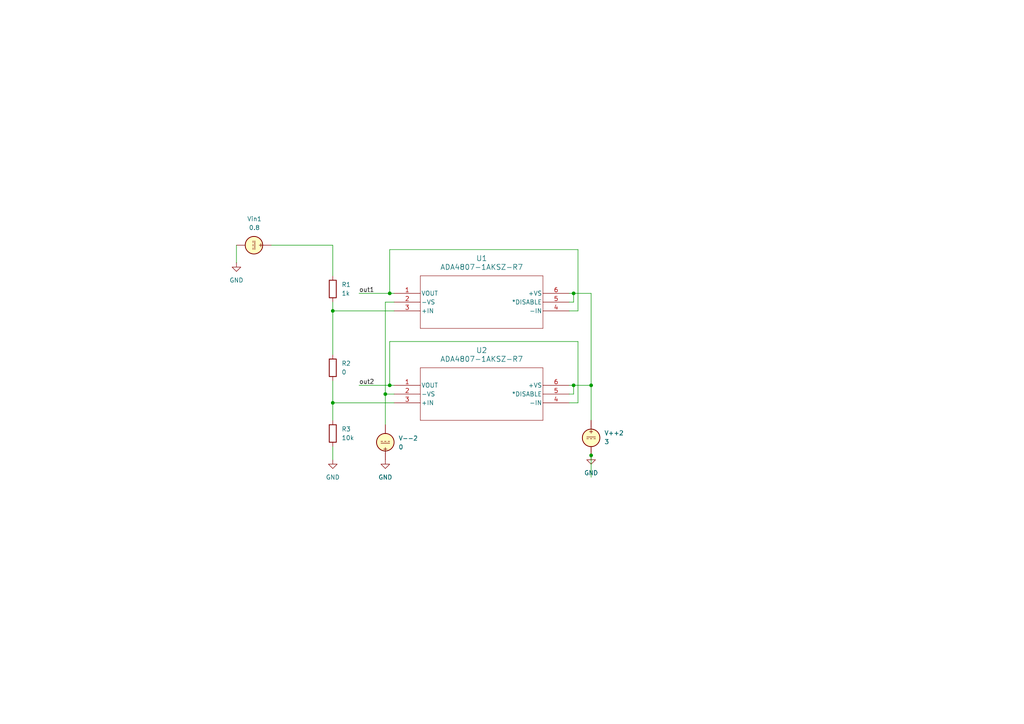
<source format=kicad_sch>
(kicad_sch (version 20231120) (generator "eeschema") (generator_version "8.0")
  (paper "A4")
  (lib_symbols
    (symbol "Device:R" (pin_numbers hide) (pin_names (offset 0))
      (property "Reference" "R" (at 2.032 0 90))
      (property "Value" "R" (at 0 0 90))
      (symbol "R_0_1"
        (rectangle (start -1.016 -2.54) (end 1.016 2.54) (stroke (width 0.254)))
      )
      (symbol "R_1_1"
        (pin passive line (at 0 3.81 270) (length 1.27) (name "~") (number "1"))
        (pin passive line (at 0 -3.81 90) (length 1.27) (name "~") (number "2"))
      )
    )
    (symbol "Opamp:ADA4807-1AKSZ-R7" (pin_names (offset 0.254))
      (property "Reference" "U" (at 25.4 10.16 0))
      (property "Value" "ADA4807-1AKSZ-R7" (at 25.4 7.62 0))
      (symbol "ADA4807-1AKSZ-R7_0_1"
        (polyline (pts (xy 7.62 -10.16) (xy 43.18 -10.16)) (stroke (width 0.127)))
        (polyline (pts (xy 7.62 5.08) (xy 7.62 -10.16)) (stroke (width 0.127)))
        (polyline (pts (xy 43.18 -10.16) (xy 43.18 5.08)) (stroke (width 0.127)))
        (polyline (pts (xy 43.18 5.08) (xy 7.62 5.08)) (stroke (width 0.127)))
        (pin power_in line (at 0 0 0) (length 7.62) (name "VOUT") (number "1"))
        (pin power_in line (at 0 -2.54 0) (length 7.62) (name "-VS") (number "2"))
        (pin input line (at 0 -5.08 0) (length 7.62) (name "+IN") (number "3"))
        (pin input line (at 50.8 -5.08 180) (length 7.62) (name "-IN") (number "4"))
        (pin unspecified line (at 50.8 -2.54 180) (length 7.62) (name "*DISABLE") (number "5"))
        (pin power_in line (at 50.8 0 180) (length 7.62) (name "+VS") (number "6"))
      )
    )
    (symbol "Simulation_SPICE:VDC" (pin_numbers hide) (pin_names (offset 0.0254))
      (property "Reference" "V" (at 2.54 2.54 0))
      (property "Value" "1" (at 2.54 0 0))
      (symbol "VDC_0_0"
        (polyline (pts (xy -1.27 0.254) (xy 1.27 0.254)))
        (polyline (pts (xy -0.762 -0.254) (xy -1.27 -0.254)))
        (polyline (pts (xy 0.254 -0.254) (xy -0.254 -0.254)))
        (polyline (pts (xy 1.27 -0.254) (xy 0.762 -0.254)))
        (text "+" (at 0 1.905 0) (effects (font (size 1.27 1.27))))
      )
      (symbol "VDC_0_1"
        (circle (center 0 0) (radius 2.54) (stroke (width 0.254)) (fill (type background)))
      )
      (symbol "VDC_1_1"
        (pin passive line (at 0 5.08 270) (length 2.54) (name "~") (number "1"))
        (pin passive line (at 0 -5.08 90) (length 2.54) (name "~") (number "2"))
      )
    )
    (symbol "power:GND" (power) (pin_numbers hide) (pin_names (offset 0) hide)
      (property "Value" "GND" (at 0 -3.81 0))
      (symbol "GND_0_1"
        (polyline (pts (xy 0 0) (xy 0 -1.27) (xy 1.27 -1.27) (xy 0 -2.54) (xy -1.27 -1.27) (xy 0 -1.27)))
      )
      (symbol "GND_1_1"
        (pin power_in line (at 0 0 270) (length 0) (name "~") (number "1"))
      )
    )
  )
  (junction (at 96.52 90.17))
  (junction (at 113.03 85.09))
  (junction (at 166.37 111.76))
  (junction (at 113.03 111.76))
  (junction (at 171.45 111.76))
  (junction (at 171.45 132.08))
  (junction (at 166.37 85.09))
  (junction (at 111.76 114.3))
  (junction (at 96.52 116.84))
  (wire (pts (xy 111.76 114.3) (xy 114.3 114.3)))
  (wire (pts (xy 166.37 111.76) (xy 166.37 114.3)))
  (wire (pts (xy 96.52 129.54) (xy 96.52 133.35)))
  (wire (pts (xy 165.1 85.09) (xy 166.37 85.09)))
  (wire (pts (xy 96.52 71.12) (xy 96.52 80.01)))
  (wire (pts (xy 167.64 72.39) (xy 113.03 72.39)))
  (wire (pts (xy 166.37 111.76) (xy 171.45 111.76)))
  (wire (pts (xy 167.64 90.17) (xy 167.64 72.39)))
  (wire (pts (xy 96.52 71.12) (xy 78.74 71.12)))
  (wire (pts (xy 111.76 87.63) (xy 114.3 87.63)))
  (wire (pts (xy 165.1 114.3) (xy 166.37 114.3)))
  (wire (pts (xy 96.52 90.17) (xy 96.52 102.87)))
  (wire (pts (xy 167.64 116.84) (xy 167.64 99.06)))
  (wire (pts (xy 96.52 110.49) (xy 96.52 116.84)))
  (wire (pts (xy 171.45 85.09) (xy 171.45 111.76)))
  (wire (pts (xy 104.14 111.76) (xy 113.03 111.76)))
  (wire (pts (xy 166.37 85.09) (xy 166.37 87.63)))
  (wire (pts (xy 68.58 71.12) (xy 68.58 76.2)))
  (wire (pts (xy 104.14 85.09) (xy 113.03 85.09)))
  (wire (pts (xy 166.37 85.09) (xy 171.45 85.09)))
  (wire (pts (xy 96.52 87.63) (xy 96.52 90.17)))
  (wire (pts (xy 165.1 87.63) (xy 166.37 87.63)))
  (wire (pts (xy 111.76 114.3) (xy 111.76 123.19)))
  (wire (pts (xy 171.45 132.08) (xy 171.45 138.43)))
  (wire (pts (xy 113.03 72.39) (xy 113.03 85.09)))
  (wire (pts (xy 165.1 116.84) (xy 167.64 116.84)))
  (wire (pts (xy 113.03 99.06) (xy 113.03 111.76)))
  (wire (pts (xy 113.03 111.76) (xy 114.3 111.76)))
  (wire (pts (xy 111.76 87.63) (xy 111.76 114.3)))
  (wire (pts (xy 113.03 85.09) (xy 114.3 85.09)))
  (wire (pts (xy 96.52 90.17) (xy 114.3 90.17)))
  (wire (pts (xy 165.1 90.17) (xy 167.64 90.17)))
  (wire (pts (xy 167.64 99.06) (xy 113.03 99.06)))
  (wire (pts (xy 96.52 116.84) (xy 114.3 116.84)))
  (wire (pts (xy 165.1 111.76) (xy 166.37 111.76)))
  (wire (pts (xy 96.52 116.84) (xy 96.52 121.92)))
  (wire (pts (xy 171.45 111.76) (xy 171.45 121.92)))
  (label "out1" (at 104.14 85.09 0))
  (label "out2" (at 104.14 111.76 0))
  (symbol (lib_id "power:GND") (at 68.58 76.2 0) (unit 1)
    (property "Reference" "#PWR01" (effects (hide yes)))
    (property "Value" "GND" (at 68.58 81.28 0))
    (property "Description" "Power symbol creates a global label with name \"GND\" , ground" (effects (hide yes)))
  )
  (symbol (lib_id "power:GND") (at 171.45 132.08 0) (unit 1)
    (property "Reference" "#PWR07" (effects (hide yes)))
    (property "Value" "GND" (at 171.45 137.16 0))
    (property "Description" "Power symbol creates a global label with name \"GND\" , ground" (effects (hide yes)))
  )
  (symbol (lib_id "Device:R") (at 96.52 83.82 0) (unit 1)
    (property "Reference" "R1" (at 99.06 82.5499 0) (effects (justify left)))
    (property "Value" "1k" (at 99.06 85.0899 0) (effects (justify left)))
    (property "Description" "Resistor" (effects (hide yes)))
  )
  (symbol (lib_id "Device:R") (at 96.52 125.73 0) (unit 1)
    (property "Reference" "R3" (at 99.06 124.4599 0) (effects (justify left)))
    (property "Value" "10k" (at 99.06 126.9999 0) (effects (justify left)))
    (property "Description" "Resistor" (effects (hide yes)))
  )
  (symbol (lib_id "power:GND") (at 96.52 133.35 0) (unit 1)
    (property "Reference" "#PWR05" (effects (hide yes)))
    (property "Value" "GND" (at 96.52 138.43 0))
    (property "Description" "Power symbol creates a global label with name \"GND\" , ground" (effects (hide yes)))
  )
  (symbol (lib_id "Device:R") (at 96.52 106.68 0) (unit 1)
    (property "Reference" "R2" (at 99.06 105.4099 0) (effects (justify left)))
    (property "Value" "0" (at 99.06 107.9499 0) (effects (justify left)))
    (property "Description" "Resistor" (effects (hide yes)))
  )
  (symbol (lib_id "Opamp:ADA4807-1AKSZ-R7") (at 114.3 111.76 0) (unit 1)
    (property "Reference" "U2" (at 139.7 101.6 0) (effects (font (size 1.524 1.524))))
    (property "Value" "ADA4807-1AKSZ-R7" (at 139.7 104.14 0) (effects (font (size 1.524 1.524))))
    (property "Footprint" "KS-6_ADI" (effects (hide yes)))
    (property "Datasheet" "ADA4807-1AKSZ-R7" (effects (hide yes)))
    (property "Sim.Library" "/home/maxwell/github-repos/sp-24-EE628/6_Test/2_PCB/test_board_1/TestBoardEDA/models/ADA4807.cir" (effects (hide yes)))
    (property "Sim.Name" "ADA4807" (effects (hide yes)))
    (property "Sim.Device" "SUBCKT" (effects (hide yes)))
    (property "Sim.Pins" "1=104 2=103 3=100 4=101 5=106 6=102" (effects (hide yes)))
  )
  (symbol (lib_id "Simulation_SPICE:VDC") (at 73.66 71.12 270) (unit 1)
    (property "Reference" "Vin1" (at 73.7898 63.5 90))
    (property "Value" "0.8" (at 73.7898 66.04 90))
    (property "Datasheet" "https://ngspice.sourceforge.io/docs/ngspice-html-manual/manual.xhtml#sec_Independent_Sources_for" (effects (hide yes)))
    (property "Description" "Voltage source, DC" (effects (hide yes)))
    (property "Sim.Pins" "1=+ 2=-" (effects (hide yes)))
    (property "Sim.Type" "DC" (effects (hide yes)))
    (property "Sim.Device" "V" (effects (hide yes)))
  )
  (symbol (lib_id "Simulation_SPICE:VDC") (at 111.76 128.27 180) (unit 1)
    (property "Reference" "V--2" (at 115.57 127.1297 0) (effects (justify right)))
    (property "Value" "0" (at 115.57 129.6697 0) (effects (justify right)))
    (property "Datasheet" "https://ngspice.sourceforge.io/docs/ngspice-html-manual/manual.xhtml#sec_Independent_Sources_for" (effects (hide yes)))
    (property "Description" "Voltage source, DC" (effects (hide yes)))
    (property "Sim.Pins" "1=+ 2=-" (effects (hide yes)))
    (property "Sim.Type" "DC" (effects (hide yes)))
    (property "Sim.Device" "V" (effects (hide yes)))
  )
  (symbol (lib_id "Opamp:ADA4807-1AKSZ-R7") (at 114.3 85.09 0) (unit 1)
    (property "Reference" "U1" (at 139.7 74.93 0) (effects (font (size 1.524 1.524))))
    (property "Value" "ADA4807-1AKSZ-R7" (at 139.7 77.47 0) (effects (font (size 1.524 1.524))))
    (property "Footprint" "KS-6_ADI" (effects (hide yes)))
    (property "Datasheet" "ADA4807-1AKSZ-R7" (effects (hide yes)))
    (property "Sim.Library" "/home/maxwell/github-repos/sp-24-EE628/6_Test/2_PCB/test_board_1/TestBoardEDA/models/ADA4807.cir" (effects (hide yes)))
    (property "Sim.Name" "ADA4807" (effects (hide yes)))
    (property "Sim.Device" "SUBCKT" (effects (hide yes)))
    (property "Sim.Pins" "1=104 2=103 3=100 4=101 5=106 6=102" (effects (hide yes)))
  )
  (symbol (lib_id "Simulation_SPICE:VDC") (at 171.45 127 0) (unit 1)
    (property "Reference" "V++2" (at 175.26 125.6001 0) (effects (justify left)))
    (property "Value" "3" (at 175.26 128.1401 0) (effects (justify left)))
    (property "Datasheet" "https://ngspice.sourceforge.io/docs/ngspice-html-manual/manual.xhtml#sec_Independent_Sources_for" (effects (hide yes)))
    (property "Description" "Voltage source, DC" (effects (hide yes)))
    (property "Sim.Pins" "1=+ 2=-" (effects (hide yes)))
    (property "Sim.Type" "DC" (effects (hide yes)))
    (property "Sim.Device" "V" (effects (hide yes)))
  )
  (symbol (lib_id "power:GND") (at 111.76 133.35 0) (unit 1)
    (property "Reference" "#PWR06" (effects (hide yes)))
    (property "Value" "GND" (at 111.76 138.43 0))
    (property "Description" "Power symbol creates a global label with name \"GND\" , ground" (effects (hide yes)))
  )
)
</source>
